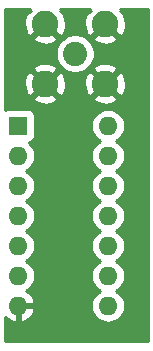
<source format=gbr>
G04 #@! TF.GenerationSoftware,KiCad,Pcbnew,(5.1.4)-1*
G04 #@! TF.CreationDate,2019-10-02T12:40:23-04:00*
G04 #@! TF.ProjectId,clock_buffer,636c6f63-6b5f-4627-9566-6665722e6b69,rev?*
G04 #@! TF.SameCoordinates,Original*
G04 #@! TF.FileFunction,Copper,L2,Bot*
G04 #@! TF.FilePolarity,Positive*
%FSLAX46Y46*%
G04 Gerber Fmt 4.6, Leading zero omitted, Abs format (unit mm)*
G04 Created by KiCad (PCBNEW (5.1.4)-1) date 2019-10-02 12:40:23*
%MOMM*%
%LPD*%
G04 APERTURE LIST*
%ADD10O,1.600000X1.600000*%
%ADD11R,1.600000X1.600000*%
%ADD12C,2.250000*%
%ADD13C,2.050000*%
%ADD14C,0.800000*%
%ADD15C,0.254000*%
G04 APERTURE END LIST*
D10*
X153924000Y-95885000D03*
X146304000Y-111125000D03*
X153924000Y-98425000D03*
X146304000Y-108585000D03*
X153924000Y-100965000D03*
X146304000Y-106045000D03*
X153924000Y-103505000D03*
X146304000Y-103505000D03*
X153924000Y-106045000D03*
X146304000Y-100965000D03*
X153924000Y-108585000D03*
X146304000Y-98425000D03*
X153924000Y-111125000D03*
D11*
X146304000Y-95885000D03*
D12*
X148590000Y-92329000D03*
X148590000Y-87249000D03*
X153670000Y-87249000D03*
X153670000Y-92329000D03*
D13*
X151130000Y-89789000D03*
D14*
X156464000Y-104140000D03*
D15*
G36*
X147250101Y-86088709D02*
G01*
X147365467Y-86204075D01*
X147088286Y-86314921D01*
X146934911Y-86625840D01*
X146845140Y-86960705D01*
X146822424Y-87306650D01*
X146867634Y-87650380D01*
X146979034Y-87978685D01*
X147088286Y-88183079D01*
X147365469Y-88293926D01*
X148410395Y-87249000D01*
X148396253Y-87234858D01*
X148575858Y-87055253D01*
X148590000Y-87069395D01*
X148604143Y-87055253D01*
X148783748Y-87234858D01*
X148769605Y-87249000D01*
X149814531Y-88293926D01*
X150091714Y-88183079D01*
X150245089Y-87872160D01*
X150334860Y-87537295D01*
X150357576Y-87191350D01*
X150312366Y-86847620D01*
X150200966Y-86519315D01*
X150091714Y-86314921D01*
X149814533Y-86204075D01*
X149929899Y-86088709D01*
X149872190Y-86031000D01*
X152387810Y-86031000D01*
X152330101Y-86088709D01*
X152445467Y-86204075D01*
X152168286Y-86314921D01*
X152014911Y-86625840D01*
X151925140Y-86960705D01*
X151902424Y-87306650D01*
X151947634Y-87650380D01*
X152059034Y-87978685D01*
X152168286Y-88183079D01*
X152445469Y-88293926D01*
X153490395Y-87249000D01*
X153476253Y-87234858D01*
X153655858Y-87055253D01*
X153670000Y-87069395D01*
X153684143Y-87055253D01*
X153863748Y-87234858D01*
X153849605Y-87249000D01*
X154894531Y-88293926D01*
X155171714Y-88183079D01*
X155325089Y-87872160D01*
X155414860Y-87537295D01*
X155437576Y-87191350D01*
X155392366Y-86847620D01*
X155280966Y-86519315D01*
X155171714Y-86314921D01*
X154894533Y-86204075D01*
X155009899Y-86088709D01*
X154952190Y-86031000D01*
X157301000Y-86031000D01*
X157301001Y-114121000D01*
X145213000Y-114121000D01*
X145213000Y-112051340D01*
X145240481Y-112088414D01*
X145448869Y-112277385D01*
X145690119Y-112422070D01*
X145954960Y-112516909D01*
X146177000Y-112395624D01*
X146177000Y-111252000D01*
X146431000Y-111252000D01*
X146431000Y-112395624D01*
X146653040Y-112516909D01*
X146917881Y-112422070D01*
X147159131Y-112277385D01*
X147367519Y-112088414D01*
X147535037Y-111862420D01*
X147655246Y-111608087D01*
X147695904Y-111474039D01*
X147573915Y-111252000D01*
X146431000Y-111252000D01*
X146177000Y-111252000D01*
X146157000Y-111252000D01*
X146157000Y-110998000D01*
X146177000Y-110998000D01*
X146177000Y-110978000D01*
X146431000Y-110978000D01*
X146431000Y-110998000D01*
X147573915Y-110998000D01*
X147695904Y-110775961D01*
X147655246Y-110641913D01*
X147535037Y-110387580D01*
X147367519Y-110161586D01*
X147159131Y-109972615D01*
X146959320Y-109852782D01*
X147100634Y-109777248D01*
X147317923Y-109598923D01*
X147496248Y-109381634D01*
X147628755Y-109133731D01*
X147710352Y-108864741D01*
X147737904Y-108585000D01*
X147710352Y-108305259D01*
X147628755Y-108036269D01*
X147496248Y-107788366D01*
X147317923Y-107571077D01*
X147100634Y-107392752D01*
X146955170Y-107315000D01*
X147100634Y-107237248D01*
X147317923Y-107058923D01*
X147496248Y-106841634D01*
X147628755Y-106593731D01*
X147710352Y-106324741D01*
X147737904Y-106045000D01*
X147710352Y-105765259D01*
X147628755Y-105496269D01*
X147496248Y-105248366D01*
X147317923Y-105031077D01*
X147100634Y-104852752D01*
X146955170Y-104775000D01*
X147100634Y-104697248D01*
X147317923Y-104518923D01*
X147496248Y-104301634D01*
X147628755Y-104053731D01*
X147710352Y-103784741D01*
X147737904Y-103505000D01*
X147710352Y-103225259D01*
X147628755Y-102956269D01*
X147496248Y-102708366D01*
X147317923Y-102491077D01*
X147100634Y-102312752D01*
X146955170Y-102235000D01*
X147100634Y-102157248D01*
X147317923Y-101978923D01*
X147496248Y-101761634D01*
X147628755Y-101513731D01*
X147710352Y-101244741D01*
X147737904Y-100965000D01*
X147710352Y-100685259D01*
X147628755Y-100416269D01*
X147496248Y-100168366D01*
X147317923Y-99951077D01*
X147100634Y-99772752D01*
X146955170Y-99695000D01*
X147100634Y-99617248D01*
X147317923Y-99438923D01*
X147496248Y-99221634D01*
X147628755Y-98973731D01*
X147710352Y-98704741D01*
X147737904Y-98425000D01*
X147710352Y-98145259D01*
X147628755Y-97876269D01*
X147496248Y-97628366D01*
X147317923Y-97411077D01*
X147190511Y-97306512D01*
X147226913Y-97302927D01*
X147345103Y-97267075D01*
X147454028Y-97208853D01*
X147549501Y-97130501D01*
X147627853Y-97035028D01*
X147686075Y-96926103D01*
X147721927Y-96807913D01*
X147734033Y-96685000D01*
X147734033Y-95885000D01*
X152490096Y-95885000D01*
X152517648Y-96164741D01*
X152599245Y-96433731D01*
X152731752Y-96681634D01*
X152910077Y-96898923D01*
X153127366Y-97077248D01*
X153272830Y-97155000D01*
X153127366Y-97232752D01*
X152910077Y-97411077D01*
X152731752Y-97628366D01*
X152599245Y-97876269D01*
X152517648Y-98145259D01*
X152490096Y-98425000D01*
X152517648Y-98704741D01*
X152599245Y-98973731D01*
X152731752Y-99221634D01*
X152910077Y-99438923D01*
X153127366Y-99617248D01*
X153272830Y-99695000D01*
X153127366Y-99772752D01*
X152910077Y-99951077D01*
X152731752Y-100168366D01*
X152599245Y-100416269D01*
X152517648Y-100685259D01*
X152490096Y-100965000D01*
X152517648Y-101244741D01*
X152599245Y-101513731D01*
X152731752Y-101761634D01*
X152910077Y-101978923D01*
X153127366Y-102157248D01*
X153272830Y-102235000D01*
X153127366Y-102312752D01*
X152910077Y-102491077D01*
X152731752Y-102708366D01*
X152599245Y-102956269D01*
X152517648Y-103225259D01*
X152490096Y-103505000D01*
X152517648Y-103784741D01*
X152599245Y-104053731D01*
X152731752Y-104301634D01*
X152910077Y-104518923D01*
X153127366Y-104697248D01*
X153272830Y-104775000D01*
X153127366Y-104852752D01*
X152910077Y-105031077D01*
X152731752Y-105248366D01*
X152599245Y-105496269D01*
X152517648Y-105765259D01*
X152490096Y-106045000D01*
X152517648Y-106324741D01*
X152599245Y-106593731D01*
X152731752Y-106841634D01*
X152910077Y-107058923D01*
X153127366Y-107237248D01*
X153272830Y-107315000D01*
X153127366Y-107392752D01*
X152910077Y-107571077D01*
X152731752Y-107788366D01*
X152599245Y-108036269D01*
X152517648Y-108305259D01*
X152490096Y-108585000D01*
X152517648Y-108864741D01*
X152599245Y-109133731D01*
X152731752Y-109381634D01*
X152910077Y-109598923D01*
X153127366Y-109777248D01*
X153272830Y-109855000D01*
X153127366Y-109932752D01*
X152910077Y-110111077D01*
X152731752Y-110328366D01*
X152599245Y-110576269D01*
X152517648Y-110845259D01*
X152490096Y-111125000D01*
X152517648Y-111404741D01*
X152599245Y-111673731D01*
X152731752Y-111921634D01*
X152910077Y-112138923D01*
X153127366Y-112317248D01*
X153375269Y-112449755D01*
X153644259Y-112531352D01*
X153853902Y-112552000D01*
X153994098Y-112552000D01*
X154203741Y-112531352D01*
X154472731Y-112449755D01*
X154720634Y-112317248D01*
X154937923Y-112138923D01*
X155116248Y-111921634D01*
X155248755Y-111673731D01*
X155330352Y-111404741D01*
X155357904Y-111125000D01*
X155330352Y-110845259D01*
X155248755Y-110576269D01*
X155116248Y-110328366D01*
X154937923Y-110111077D01*
X154720634Y-109932752D01*
X154575170Y-109855000D01*
X154720634Y-109777248D01*
X154937923Y-109598923D01*
X155116248Y-109381634D01*
X155248755Y-109133731D01*
X155330352Y-108864741D01*
X155357904Y-108585000D01*
X155330352Y-108305259D01*
X155248755Y-108036269D01*
X155116248Y-107788366D01*
X154937923Y-107571077D01*
X154720634Y-107392752D01*
X154575170Y-107315000D01*
X154720634Y-107237248D01*
X154937923Y-107058923D01*
X155116248Y-106841634D01*
X155248755Y-106593731D01*
X155330352Y-106324741D01*
X155357904Y-106045000D01*
X155330352Y-105765259D01*
X155248755Y-105496269D01*
X155116248Y-105248366D01*
X154937923Y-105031077D01*
X154720634Y-104852752D01*
X154575170Y-104775000D01*
X154720634Y-104697248D01*
X154937923Y-104518923D01*
X155116248Y-104301634D01*
X155248755Y-104053731D01*
X155330352Y-103784741D01*
X155357904Y-103505000D01*
X155330352Y-103225259D01*
X155248755Y-102956269D01*
X155116248Y-102708366D01*
X154937923Y-102491077D01*
X154720634Y-102312752D01*
X154575170Y-102235000D01*
X154720634Y-102157248D01*
X154937923Y-101978923D01*
X155116248Y-101761634D01*
X155248755Y-101513731D01*
X155330352Y-101244741D01*
X155357904Y-100965000D01*
X155330352Y-100685259D01*
X155248755Y-100416269D01*
X155116248Y-100168366D01*
X154937923Y-99951077D01*
X154720634Y-99772752D01*
X154575170Y-99695000D01*
X154720634Y-99617248D01*
X154937923Y-99438923D01*
X155116248Y-99221634D01*
X155248755Y-98973731D01*
X155330352Y-98704741D01*
X155357904Y-98425000D01*
X155330352Y-98145259D01*
X155248755Y-97876269D01*
X155116248Y-97628366D01*
X154937923Y-97411077D01*
X154720634Y-97232752D01*
X154575170Y-97155000D01*
X154720634Y-97077248D01*
X154937923Y-96898923D01*
X155116248Y-96681634D01*
X155248755Y-96433731D01*
X155330352Y-96164741D01*
X155357904Y-95885000D01*
X155330352Y-95605259D01*
X155248755Y-95336269D01*
X155116248Y-95088366D01*
X154937923Y-94871077D01*
X154720634Y-94692752D01*
X154472731Y-94560245D01*
X154203741Y-94478648D01*
X153994098Y-94458000D01*
X153853902Y-94458000D01*
X153644259Y-94478648D01*
X153375269Y-94560245D01*
X153127366Y-94692752D01*
X152910077Y-94871077D01*
X152731752Y-95088366D01*
X152599245Y-95336269D01*
X152517648Y-95605259D01*
X152490096Y-95885000D01*
X147734033Y-95885000D01*
X147734033Y-95085000D01*
X147721927Y-94962087D01*
X147686075Y-94843897D01*
X147627853Y-94734972D01*
X147549501Y-94639499D01*
X147454028Y-94561147D01*
X147345103Y-94502925D01*
X147226913Y-94467073D01*
X147104000Y-94454967D01*
X145504000Y-94454967D01*
X145381087Y-94467073D01*
X145262897Y-94502925D01*
X145213000Y-94529596D01*
X145213000Y-93553531D01*
X147545074Y-93553531D01*
X147655921Y-93830714D01*
X147966840Y-93984089D01*
X148301705Y-94073860D01*
X148647650Y-94096576D01*
X148991380Y-94051366D01*
X149319685Y-93939966D01*
X149524079Y-93830714D01*
X149634926Y-93553531D01*
X152625074Y-93553531D01*
X152735921Y-93830714D01*
X153046840Y-93984089D01*
X153381705Y-94073860D01*
X153727650Y-94096576D01*
X154071380Y-94051366D01*
X154399685Y-93939966D01*
X154604079Y-93830714D01*
X154714926Y-93553531D01*
X153670000Y-92508605D01*
X152625074Y-93553531D01*
X149634926Y-93553531D01*
X148590000Y-92508605D01*
X147545074Y-93553531D01*
X145213000Y-93553531D01*
X145213000Y-92386650D01*
X146822424Y-92386650D01*
X146867634Y-92730380D01*
X146979034Y-93058685D01*
X147088286Y-93263079D01*
X147365469Y-93373926D01*
X148410395Y-92329000D01*
X148769605Y-92329000D01*
X149814531Y-93373926D01*
X150091714Y-93263079D01*
X150245089Y-92952160D01*
X150334860Y-92617295D01*
X150350004Y-92386650D01*
X151902424Y-92386650D01*
X151947634Y-92730380D01*
X152059034Y-93058685D01*
X152168286Y-93263079D01*
X152445469Y-93373926D01*
X153490395Y-92329000D01*
X153849605Y-92329000D01*
X154894531Y-93373926D01*
X155171714Y-93263079D01*
X155325089Y-92952160D01*
X155414860Y-92617295D01*
X155437576Y-92271350D01*
X155392366Y-91927620D01*
X155280966Y-91599315D01*
X155171714Y-91394921D01*
X154894531Y-91284074D01*
X153849605Y-92329000D01*
X153490395Y-92329000D01*
X152445469Y-91284074D01*
X152168286Y-91394921D01*
X152014911Y-91705840D01*
X151925140Y-92040705D01*
X151902424Y-92386650D01*
X150350004Y-92386650D01*
X150357576Y-92271350D01*
X150312366Y-91927620D01*
X150200966Y-91599315D01*
X150091714Y-91394921D01*
X149814531Y-91284074D01*
X148769605Y-92329000D01*
X148410395Y-92329000D01*
X147365469Y-91284074D01*
X147088286Y-91394921D01*
X146934911Y-91705840D01*
X146845140Y-92040705D01*
X146822424Y-92386650D01*
X145213000Y-92386650D01*
X145213000Y-91104469D01*
X147545074Y-91104469D01*
X148590000Y-92149395D01*
X149634926Y-91104469D01*
X149524079Y-90827286D01*
X149213160Y-90673911D01*
X148878295Y-90584140D01*
X148532350Y-90561424D01*
X148188620Y-90606634D01*
X147860315Y-90718034D01*
X147655921Y-90827286D01*
X147545074Y-91104469D01*
X145213000Y-91104469D01*
X145213000Y-89626292D01*
X149478000Y-89626292D01*
X149478000Y-89951708D01*
X149541486Y-90270871D01*
X149666017Y-90571515D01*
X149846808Y-90842088D01*
X150076912Y-91072192D01*
X150347485Y-91252983D01*
X150648129Y-91377514D01*
X150967292Y-91441000D01*
X151292708Y-91441000D01*
X151611871Y-91377514D01*
X151912515Y-91252983D01*
X152134782Y-91104469D01*
X152625074Y-91104469D01*
X153670000Y-92149395D01*
X154714926Y-91104469D01*
X154604079Y-90827286D01*
X154293160Y-90673911D01*
X153958295Y-90584140D01*
X153612350Y-90561424D01*
X153268620Y-90606634D01*
X152940315Y-90718034D01*
X152735921Y-90827286D01*
X152625074Y-91104469D01*
X152134782Y-91104469D01*
X152183088Y-91072192D01*
X152413192Y-90842088D01*
X152593983Y-90571515D01*
X152718514Y-90270871D01*
X152782000Y-89951708D01*
X152782000Y-89626292D01*
X152718514Y-89307129D01*
X152593983Y-89006485D01*
X152413192Y-88735912D01*
X152183088Y-88505808D01*
X152134783Y-88473531D01*
X152625074Y-88473531D01*
X152735921Y-88750714D01*
X153046840Y-88904089D01*
X153381705Y-88993860D01*
X153727650Y-89016576D01*
X154071380Y-88971366D01*
X154399685Y-88859966D01*
X154604079Y-88750714D01*
X154714926Y-88473531D01*
X153670000Y-87428605D01*
X152625074Y-88473531D01*
X152134783Y-88473531D01*
X151912515Y-88325017D01*
X151611871Y-88200486D01*
X151292708Y-88137000D01*
X150967292Y-88137000D01*
X150648129Y-88200486D01*
X150347485Y-88325017D01*
X150076912Y-88505808D01*
X149846808Y-88735912D01*
X149666017Y-89006485D01*
X149541486Y-89307129D01*
X149478000Y-89626292D01*
X145213000Y-89626292D01*
X145213000Y-88473531D01*
X147545074Y-88473531D01*
X147655921Y-88750714D01*
X147966840Y-88904089D01*
X148301705Y-88993860D01*
X148647650Y-89016576D01*
X148991380Y-88971366D01*
X149319685Y-88859966D01*
X149524079Y-88750714D01*
X149634926Y-88473531D01*
X148590000Y-87428605D01*
X147545074Y-88473531D01*
X145213000Y-88473531D01*
X145213000Y-86031000D01*
X147307810Y-86031000D01*
X147250101Y-86088709D01*
X147250101Y-86088709D01*
G37*
X147250101Y-86088709D02*
X147365467Y-86204075D01*
X147088286Y-86314921D01*
X146934911Y-86625840D01*
X146845140Y-86960705D01*
X146822424Y-87306650D01*
X146867634Y-87650380D01*
X146979034Y-87978685D01*
X147088286Y-88183079D01*
X147365469Y-88293926D01*
X148410395Y-87249000D01*
X148396253Y-87234858D01*
X148575858Y-87055253D01*
X148590000Y-87069395D01*
X148604143Y-87055253D01*
X148783748Y-87234858D01*
X148769605Y-87249000D01*
X149814531Y-88293926D01*
X150091714Y-88183079D01*
X150245089Y-87872160D01*
X150334860Y-87537295D01*
X150357576Y-87191350D01*
X150312366Y-86847620D01*
X150200966Y-86519315D01*
X150091714Y-86314921D01*
X149814533Y-86204075D01*
X149929899Y-86088709D01*
X149872190Y-86031000D01*
X152387810Y-86031000D01*
X152330101Y-86088709D01*
X152445467Y-86204075D01*
X152168286Y-86314921D01*
X152014911Y-86625840D01*
X151925140Y-86960705D01*
X151902424Y-87306650D01*
X151947634Y-87650380D01*
X152059034Y-87978685D01*
X152168286Y-88183079D01*
X152445469Y-88293926D01*
X153490395Y-87249000D01*
X153476253Y-87234858D01*
X153655858Y-87055253D01*
X153670000Y-87069395D01*
X153684143Y-87055253D01*
X153863748Y-87234858D01*
X153849605Y-87249000D01*
X154894531Y-88293926D01*
X155171714Y-88183079D01*
X155325089Y-87872160D01*
X155414860Y-87537295D01*
X155437576Y-87191350D01*
X155392366Y-86847620D01*
X155280966Y-86519315D01*
X155171714Y-86314921D01*
X154894533Y-86204075D01*
X155009899Y-86088709D01*
X154952190Y-86031000D01*
X157301000Y-86031000D01*
X157301001Y-114121000D01*
X145213000Y-114121000D01*
X145213000Y-112051340D01*
X145240481Y-112088414D01*
X145448869Y-112277385D01*
X145690119Y-112422070D01*
X145954960Y-112516909D01*
X146177000Y-112395624D01*
X146177000Y-111252000D01*
X146431000Y-111252000D01*
X146431000Y-112395624D01*
X146653040Y-112516909D01*
X146917881Y-112422070D01*
X147159131Y-112277385D01*
X147367519Y-112088414D01*
X147535037Y-111862420D01*
X147655246Y-111608087D01*
X147695904Y-111474039D01*
X147573915Y-111252000D01*
X146431000Y-111252000D01*
X146177000Y-111252000D01*
X146157000Y-111252000D01*
X146157000Y-110998000D01*
X146177000Y-110998000D01*
X146177000Y-110978000D01*
X146431000Y-110978000D01*
X146431000Y-110998000D01*
X147573915Y-110998000D01*
X147695904Y-110775961D01*
X147655246Y-110641913D01*
X147535037Y-110387580D01*
X147367519Y-110161586D01*
X147159131Y-109972615D01*
X146959320Y-109852782D01*
X147100634Y-109777248D01*
X147317923Y-109598923D01*
X147496248Y-109381634D01*
X147628755Y-109133731D01*
X147710352Y-108864741D01*
X147737904Y-108585000D01*
X147710352Y-108305259D01*
X147628755Y-108036269D01*
X147496248Y-107788366D01*
X147317923Y-107571077D01*
X147100634Y-107392752D01*
X146955170Y-107315000D01*
X147100634Y-107237248D01*
X147317923Y-107058923D01*
X147496248Y-106841634D01*
X147628755Y-106593731D01*
X147710352Y-106324741D01*
X147737904Y-106045000D01*
X147710352Y-105765259D01*
X147628755Y-105496269D01*
X147496248Y-105248366D01*
X147317923Y-105031077D01*
X147100634Y-104852752D01*
X146955170Y-104775000D01*
X147100634Y-104697248D01*
X147317923Y-104518923D01*
X147496248Y-104301634D01*
X147628755Y-104053731D01*
X147710352Y-103784741D01*
X147737904Y-103505000D01*
X147710352Y-103225259D01*
X147628755Y-102956269D01*
X147496248Y-102708366D01*
X147317923Y-102491077D01*
X147100634Y-102312752D01*
X146955170Y-102235000D01*
X147100634Y-102157248D01*
X147317923Y-101978923D01*
X147496248Y-101761634D01*
X147628755Y-101513731D01*
X147710352Y-101244741D01*
X147737904Y-100965000D01*
X147710352Y-100685259D01*
X147628755Y-100416269D01*
X147496248Y-100168366D01*
X147317923Y-99951077D01*
X147100634Y-99772752D01*
X146955170Y-99695000D01*
X147100634Y-99617248D01*
X147317923Y-99438923D01*
X147496248Y-99221634D01*
X147628755Y-98973731D01*
X147710352Y-98704741D01*
X147737904Y-98425000D01*
X147710352Y-98145259D01*
X147628755Y-97876269D01*
X147496248Y-97628366D01*
X147317923Y-97411077D01*
X147190511Y-97306512D01*
X147226913Y-97302927D01*
X147345103Y-97267075D01*
X147454028Y-97208853D01*
X147549501Y-97130501D01*
X147627853Y-97035028D01*
X147686075Y-96926103D01*
X147721927Y-96807913D01*
X147734033Y-96685000D01*
X147734033Y-95885000D01*
X152490096Y-95885000D01*
X152517648Y-96164741D01*
X152599245Y-96433731D01*
X152731752Y-96681634D01*
X152910077Y-96898923D01*
X153127366Y-97077248D01*
X153272830Y-97155000D01*
X153127366Y-97232752D01*
X152910077Y-97411077D01*
X152731752Y-97628366D01*
X152599245Y-97876269D01*
X152517648Y-98145259D01*
X152490096Y-98425000D01*
X152517648Y-98704741D01*
X152599245Y-98973731D01*
X152731752Y-99221634D01*
X152910077Y-99438923D01*
X153127366Y-99617248D01*
X153272830Y-99695000D01*
X153127366Y-99772752D01*
X152910077Y-99951077D01*
X152731752Y-100168366D01*
X152599245Y-100416269D01*
X152517648Y-100685259D01*
X152490096Y-100965000D01*
X152517648Y-101244741D01*
X152599245Y-101513731D01*
X152731752Y-101761634D01*
X152910077Y-101978923D01*
X153127366Y-102157248D01*
X153272830Y-102235000D01*
X153127366Y-102312752D01*
X152910077Y-102491077D01*
X152731752Y-102708366D01*
X152599245Y-102956269D01*
X152517648Y-103225259D01*
X152490096Y-103505000D01*
X152517648Y-103784741D01*
X152599245Y-104053731D01*
X152731752Y-104301634D01*
X152910077Y-104518923D01*
X153127366Y-104697248D01*
X153272830Y-104775000D01*
X153127366Y-104852752D01*
X152910077Y-105031077D01*
X152731752Y-105248366D01*
X152599245Y-105496269D01*
X152517648Y-105765259D01*
X152490096Y-106045000D01*
X152517648Y-106324741D01*
X152599245Y-106593731D01*
X152731752Y-106841634D01*
X152910077Y-107058923D01*
X153127366Y-107237248D01*
X153272830Y-107315000D01*
X153127366Y-107392752D01*
X152910077Y-107571077D01*
X152731752Y-107788366D01*
X152599245Y-108036269D01*
X152517648Y-108305259D01*
X152490096Y-108585000D01*
X152517648Y-108864741D01*
X152599245Y-109133731D01*
X152731752Y-109381634D01*
X152910077Y-109598923D01*
X153127366Y-109777248D01*
X153272830Y-109855000D01*
X153127366Y-109932752D01*
X152910077Y-110111077D01*
X152731752Y-110328366D01*
X152599245Y-110576269D01*
X152517648Y-110845259D01*
X152490096Y-111125000D01*
X152517648Y-111404741D01*
X152599245Y-111673731D01*
X152731752Y-111921634D01*
X152910077Y-112138923D01*
X153127366Y-112317248D01*
X153375269Y-112449755D01*
X153644259Y-112531352D01*
X153853902Y-112552000D01*
X153994098Y-112552000D01*
X154203741Y-112531352D01*
X154472731Y-112449755D01*
X154720634Y-112317248D01*
X154937923Y-112138923D01*
X155116248Y-111921634D01*
X155248755Y-111673731D01*
X155330352Y-111404741D01*
X155357904Y-111125000D01*
X155330352Y-110845259D01*
X155248755Y-110576269D01*
X155116248Y-110328366D01*
X154937923Y-110111077D01*
X154720634Y-109932752D01*
X154575170Y-109855000D01*
X154720634Y-109777248D01*
X154937923Y-109598923D01*
X155116248Y-109381634D01*
X155248755Y-109133731D01*
X155330352Y-108864741D01*
X155357904Y-108585000D01*
X155330352Y-108305259D01*
X155248755Y-108036269D01*
X155116248Y-107788366D01*
X154937923Y-107571077D01*
X154720634Y-107392752D01*
X154575170Y-107315000D01*
X154720634Y-107237248D01*
X154937923Y-107058923D01*
X155116248Y-106841634D01*
X155248755Y-106593731D01*
X155330352Y-106324741D01*
X155357904Y-106045000D01*
X155330352Y-105765259D01*
X155248755Y-105496269D01*
X155116248Y-105248366D01*
X154937923Y-105031077D01*
X154720634Y-104852752D01*
X154575170Y-104775000D01*
X154720634Y-104697248D01*
X154937923Y-104518923D01*
X155116248Y-104301634D01*
X155248755Y-104053731D01*
X155330352Y-103784741D01*
X155357904Y-103505000D01*
X155330352Y-103225259D01*
X155248755Y-102956269D01*
X155116248Y-102708366D01*
X154937923Y-102491077D01*
X154720634Y-102312752D01*
X154575170Y-102235000D01*
X154720634Y-102157248D01*
X154937923Y-101978923D01*
X155116248Y-101761634D01*
X155248755Y-101513731D01*
X155330352Y-101244741D01*
X155357904Y-100965000D01*
X155330352Y-100685259D01*
X155248755Y-100416269D01*
X155116248Y-100168366D01*
X154937923Y-99951077D01*
X154720634Y-99772752D01*
X154575170Y-99695000D01*
X154720634Y-99617248D01*
X154937923Y-99438923D01*
X155116248Y-99221634D01*
X155248755Y-98973731D01*
X155330352Y-98704741D01*
X155357904Y-98425000D01*
X155330352Y-98145259D01*
X155248755Y-97876269D01*
X155116248Y-97628366D01*
X154937923Y-97411077D01*
X154720634Y-97232752D01*
X154575170Y-97155000D01*
X154720634Y-97077248D01*
X154937923Y-96898923D01*
X155116248Y-96681634D01*
X155248755Y-96433731D01*
X155330352Y-96164741D01*
X155357904Y-95885000D01*
X155330352Y-95605259D01*
X155248755Y-95336269D01*
X155116248Y-95088366D01*
X154937923Y-94871077D01*
X154720634Y-94692752D01*
X154472731Y-94560245D01*
X154203741Y-94478648D01*
X153994098Y-94458000D01*
X153853902Y-94458000D01*
X153644259Y-94478648D01*
X153375269Y-94560245D01*
X153127366Y-94692752D01*
X152910077Y-94871077D01*
X152731752Y-95088366D01*
X152599245Y-95336269D01*
X152517648Y-95605259D01*
X152490096Y-95885000D01*
X147734033Y-95885000D01*
X147734033Y-95085000D01*
X147721927Y-94962087D01*
X147686075Y-94843897D01*
X147627853Y-94734972D01*
X147549501Y-94639499D01*
X147454028Y-94561147D01*
X147345103Y-94502925D01*
X147226913Y-94467073D01*
X147104000Y-94454967D01*
X145504000Y-94454967D01*
X145381087Y-94467073D01*
X145262897Y-94502925D01*
X145213000Y-94529596D01*
X145213000Y-93553531D01*
X147545074Y-93553531D01*
X147655921Y-93830714D01*
X147966840Y-93984089D01*
X148301705Y-94073860D01*
X148647650Y-94096576D01*
X148991380Y-94051366D01*
X149319685Y-93939966D01*
X149524079Y-93830714D01*
X149634926Y-93553531D01*
X152625074Y-93553531D01*
X152735921Y-93830714D01*
X153046840Y-93984089D01*
X153381705Y-94073860D01*
X153727650Y-94096576D01*
X154071380Y-94051366D01*
X154399685Y-93939966D01*
X154604079Y-93830714D01*
X154714926Y-93553531D01*
X153670000Y-92508605D01*
X152625074Y-93553531D01*
X149634926Y-93553531D01*
X148590000Y-92508605D01*
X147545074Y-93553531D01*
X145213000Y-93553531D01*
X145213000Y-92386650D01*
X146822424Y-92386650D01*
X146867634Y-92730380D01*
X146979034Y-93058685D01*
X147088286Y-93263079D01*
X147365469Y-93373926D01*
X148410395Y-92329000D01*
X148769605Y-92329000D01*
X149814531Y-93373926D01*
X150091714Y-93263079D01*
X150245089Y-92952160D01*
X150334860Y-92617295D01*
X150350004Y-92386650D01*
X151902424Y-92386650D01*
X151947634Y-92730380D01*
X152059034Y-93058685D01*
X152168286Y-93263079D01*
X152445469Y-93373926D01*
X153490395Y-92329000D01*
X153849605Y-92329000D01*
X154894531Y-93373926D01*
X155171714Y-93263079D01*
X155325089Y-92952160D01*
X155414860Y-92617295D01*
X155437576Y-92271350D01*
X155392366Y-91927620D01*
X155280966Y-91599315D01*
X155171714Y-91394921D01*
X154894531Y-91284074D01*
X153849605Y-92329000D01*
X153490395Y-92329000D01*
X152445469Y-91284074D01*
X152168286Y-91394921D01*
X152014911Y-91705840D01*
X151925140Y-92040705D01*
X151902424Y-92386650D01*
X150350004Y-92386650D01*
X150357576Y-92271350D01*
X150312366Y-91927620D01*
X150200966Y-91599315D01*
X150091714Y-91394921D01*
X149814531Y-91284074D01*
X148769605Y-92329000D01*
X148410395Y-92329000D01*
X147365469Y-91284074D01*
X147088286Y-91394921D01*
X146934911Y-91705840D01*
X146845140Y-92040705D01*
X146822424Y-92386650D01*
X145213000Y-92386650D01*
X145213000Y-91104469D01*
X147545074Y-91104469D01*
X148590000Y-92149395D01*
X149634926Y-91104469D01*
X149524079Y-90827286D01*
X149213160Y-90673911D01*
X148878295Y-90584140D01*
X148532350Y-90561424D01*
X148188620Y-90606634D01*
X147860315Y-90718034D01*
X147655921Y-90827286D01*
X147545074Y-91104469D01*
X145213000Y-91104469D01*
X145213000Y-89626292D01*
X149478000Y-89626292D01*
X149478000Y-89951708D01*
X149541486Y-90270871D01*
X149666017Y-90571515D01*
X149846808Y-90842088D01*
X150076912Y-91072192D01*
X150347485Y-91252983D01*
X150648129Y-91377514D01*
X150967292Y-91441000D01*
X151292708Y-91441000D01*
X151611871Y-91377514D01*
X151912515Y-91252983D01*
X152134782Y-91104469D01*
X152625074Y-91104469D01*
X153670000Y-92149395D01*
X154714926Y-91104469D01*
X154604079Y-90827286D01*
X154293160Y-90673911D01*
X153958295Y-90584140D01*
X153612350Y-90561424D01*
X153268620Y-90606634D01*
X152940315Y-90718034D01*
X152735921Y-90827286D01*
X152625074Y-91104469D01*
X152134782Y-91104469D01*
X152183088Y-91072192D01*
X152413192Y-90842088D01*
X152593983Y-90571515D01*
X152718514Y-90270871D01*
X152782000Y-89951708D01*
X152782000Y-89626292D01*
X152718514Y-89307129D01*
X152593983Y-89006485D01*
X152413192Y-88735912D01*
X152183088Y-88505808D01*
X152134783Y-88473531D01*
X152625074Y-88473531D01*
X152735921Y-88750714D01*
X153046840Y-88904089D01*
X153381705Y-88993860D01*
X153727650Y-89016576D01*
X154071380Y-88971366D01*
X154399685Y-88859966D01*
X154604079Y-88750714D01*
X154714926Y-88473531D01*
X153670000Y-87428605D01*
X152625074Y-88473531D01*
X152134783Y-88473531D01*
X151912515Y-88325017D01*
X151611871Y-88200486D01*
X151292708Y-88137000D01*
X150967292Y-88137000D01*
X150648129Y-88200486D01*
X150347485Y-88325017D01*
X150076912Y-88505808D01*
X149846808Y-88735912D01*
X149666017Y-89006485D01*
X149541486Y-89307129D01*
X149478000Y-89626292D01*
X145213000Y-89626292D01*
X145213000Y-88473531D01*
X147545074Y-88473531D01*
X147655921Y-88750714D01*
X147966840Y-88904089D01*
X148301705Y-88993860D01*
X148647650Y-89016576D01*
X148991380Y-88971366D01*
X149319685Y-88859966D01*
X149524079Y-88750714D01*
X149634926Y-88473531D01*
X148590000Y-87428605D01*
X147545074Y-88473531D01*
X145213000Y-88473531D01*
X145213000Y-86031000D01*
X147307810Y-86031000D01*
X147250101Y-86088709D01*
M02*

</source>
